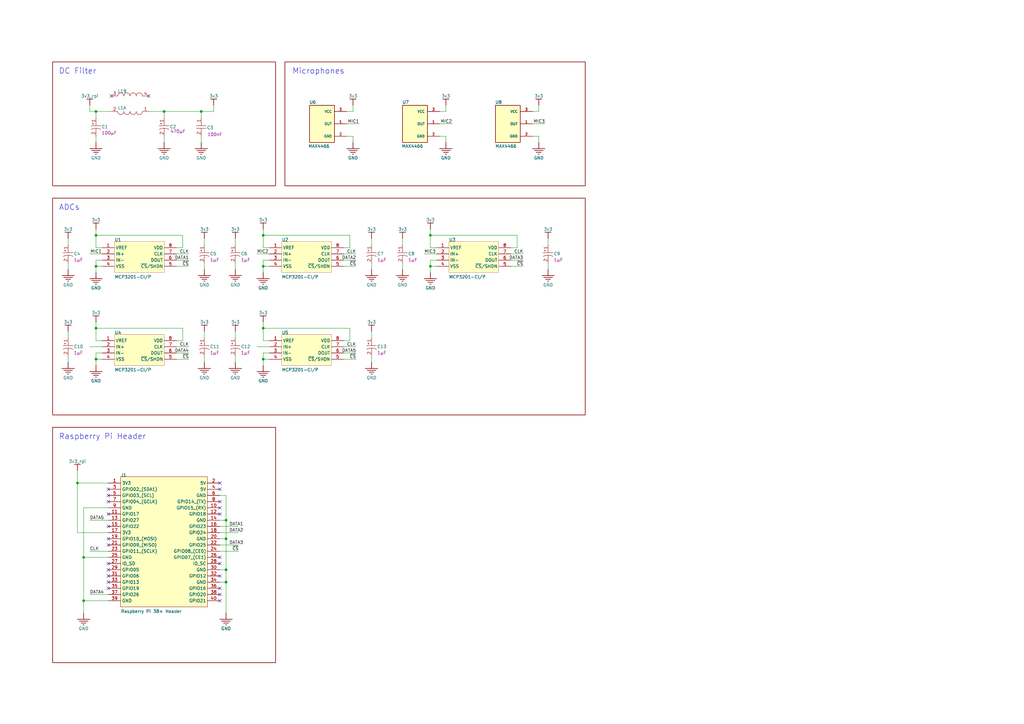
<source format=kicad_sch>
(kicad_sch (version 20250114) (generator "eeschema") (generator_version "9.0")
  (paper "A3")
  (lib_symbols
    (symbol "Main-altium-import:3v3_BAR" (power)
      (property "Value" "3v3" (at 0 -3.81 0))
      (symbol "3v3_BAR_0_0"
        (pin power_in line (at 0 0 0) (length 0) (hide yes) (name "3v3") (number ""))
      )
    )
    (symbol "Main-altium-import:3v3_rpi_BAR" (power)
      (property "Value" "3v3_rpi" (at 0 -3.81 0))
      (symbol "3v3_rpi_BAR_0_0"
        (pin power_in line (at 0 0 0) (length 0) (hide yes) (name "3v3_rpi") (number ""))
      )
    )
    (symbol "Main-altium-import:GND_POWER_GROUND" (power)
      (property "Value" "GND" (at 0 -6.35 0))
      (symbol "GND_POWER_GROUND_0_0"
        (pin power_in line (at 0 0 0) (length 0) (hide yes) (name "GND") (number ""))
      )
    )
    (symbol "Main-altium-import:root_0_CAP-P-2_sindrekvam" (pin_names (hide yes))
      (symbol "root_0_CAP-P-2_sindrekvam_1_0"
        (pin passive line (at 0 0 270) (length 2.54) (name "1") (number "1"))
        (pin passive line (at 0 -7.62 90) (length 2.54) (name "2") (number "2"))
      )
    )
    (symbol "Main-altium-import:root_0_Dual inductor_sindrekvam" (pin_names (hide yes))
      (symbol "root_0_Dual inductor_sindrekvam_1_0"
        (pin passive line (at 0 0 0) (length 2.54) (name "1") (number "1"))
        (pin passive line (at 15.24 0 180) (length 2.54) (name "2") (number "2"))
      )
      (symbol "root_0_Dual inductor_sindrekvam_2_0"
        (pin passive line (at 0 0 0) (length 2.54) (name "3") (number "3"))
        (pin passive line (at 15.24 0 180) (length 2.54) (name "4") (number "4"))
      )
    )
    (symbol "Main-altium-import:root_0_MCP3201_sindrekvam"
      (symbol "root_0_MCP3201_sindrekvam_1_0"
        (pin passive line (at -5.08 10.16 0) (length 5) (name "VREF") (number "1"))
        (pin passive line (at -5.08 7.62 0) (length 5) (name "IN+") (number "2"))
        (pin passive line (at -5.08 5.08 0) (length 5) (name "IN-") (number "3"))
        (pin passive line (at -5.08 2.54 0) (length 5) (name "VSS") (number "4"))
        (pin passive line (at 25.4 10.16 180) (length 5) (name "VDD") (number "8"))
        (pin passive line (at 25.4 7.62 180) (length 5) (name "CLK") (number "7"))
        (pin passive line (at 25.4 5.08 180) (length 5) (name "DOUT") (number "6"))
        (pin passive line (at 25.4 2.54 180) (length 5) (name "~{CS}/SHDN") (number "5"))
      )
    )
    (symbol "Main-altium-import:root_0_Raspberry Pi 3B+ header_sindrekvam"
      (symbol "root_0_Raspberry Pi 3B+ header_sindrekvam_1_0"
        (pin passive line (at 0 0 0) (length 5.08) (name "3V3") (number "1"))
        (pin passive line (at 0 -2.54 0) (length 5.08) (name "GPIO02_(SDA1)") (number "3"))
        (pin passive line (at 0 -5.08 0) (length 5.08) (name "GPIO03_(SCL)") (number "5"))
        (pin passive line (at 0 -7.62 0) (length 5.08) (name "GPIO04_(GCLK)") (number "7"))
        (pin passive line (at 0 -10.16 0) (length 5.08) (name "GND") (number "9"))
        (pin passive line (at 0 -12.7 0) (length 5.08) (name "GPIO17") (number "11"))
        (pin passive line (at 0 -15.24 0) (length 5.08) (name "GPIO27") (number "13"))
        (pin passive line (at 0 -17.78 0) (length 5.08) (name "GPIO22") (number "15"))
        (pin passive line (at 0 -20.32 0) (length 5.08) (name "3V3") (number "17"))
        (pin passive line (at 0 -22.86 0) (length 5.08) (name "GPIO10_(MOSI)") (number "19"))
        (pin passive line (at 0 -25.4 0) (length 5.08) (name "GPIO09_(MISO)") (number "21"))
        (pin passive line (at 0 -27.94 0) (length 5.08) (name "GPIO11_(SCLK)") (number "23"))
        (pin passive line (at 0 -30.48 0) (length 5.08) (name "GND") (number "25"))
        (pin passive line (at 0 -33.02 0) (length 5.08) (name "ID_SD") (number "27"))
        (pin passive line (at 0 -35.56 0) (length 5.08) (name "GPIO05") (number "29"))
        (pin passive line (at 0 -38.1 0) (length 5.08) (name "GPIO06") (number "31"))
        (pin passive line (at 0 -40.64 0) (length 5.08) (name "GPIO13") (number "33"))
        (pin passive line (at 0 -43.18 0) (length 5.08) (name "GPIO19") (number "35"))
        (pin passive line (at 0 -45.72 0) (length 5.08) (name "GPIO26") (number "37"))
        (pin passive line (at 0 -48.26 0) (length 5.08) (name "GND") (number "39"))
        (pin passive line (at 45.72 0 180) (length 5.08) (name "5V") (number "2"))
        (pin passive line (at 45.72 -2.54 180) (length 5.08) (name "5V") (number "4"))
        (pin passive line (at 45.72 -5.08 180) (length 5.08) (name "GND") (number "6"))
        (pin passive line (at 45.72 -7.62 180) (length 5.08) (name "GPIO14_(TX)") (number "8"))
        (pin passive line (at 45.72 -10.16 180) (length 5.08) (name "GPIO15_(RX)") (number "10"))
        (pin passive line (at 45.72 -12.7 180) (length 5.08) (name "GPIO18") (number "12"))
        (pin passive line (at 45.72 -15.24 180) (length 5.08) (name "GND") (number "14"))
        (pin passive line (at 45.72 -17.78 180) (length 5.08) (name "GPIO23") (number "16"))
        (pin passive line (at 45.72 -20.32 180) (length 5.08) (name "GPIO24") (number "18"))
        (pin passive line (at 45.72 -22.86 180) (length 5.08) (name "GND") (number "20"))
        (pin passive line (at 45.72 -25.4 180) (length 5.08) (name "GPIO25") (number "22"))
        (pin passive line (at 45.72 -27.94 180) (length 5.08) (name "GPIO08_(CE0)") (number "24"))
        (pin passive line (at 45.72 -30.48 180) (length 5.08) (name "GPIO07_(CE1)") (number "26"))
        (pin passive line (at 45.72 -33.02 180) (length 5.08) (name "ID_SC") (number "28"))
        (pin passive line (at 45.72 -35.56 180) (length 5.08) (name "GND") (number "30"))
        (pin passive line (at 45.72 -38.1 180) (length 5.08) (name "GPIO12") (number "32"))
        (pin passive line (at 45.72 -40.64 180) (length 5.08) (name "GND") (number "34"))
        (pin passive line (at 45.72 -43.18 180) (length 5.08) (name "GPIO16") (number "36"))
        (pin passive line (at 45.72 -45.72 180) (length 5.08) (name "GPIO20") (number "38"))
        (pin passive line (at 45.72 -48.26 180) (length 5.08) (name "GPIO21") (number "40"))
      )
    )
    (symbol "Main-altium-import:root_2_Dual inductor_sindrekvam" (pin_names (hide yes))
      (symbol "root_2_Dual inductor_sindrekvam_1_0"
        (pin passive line (at -15.24 0 0) (length 2.54) (name "2") (number "2"))
        (pin passive line (at 0 0 180) (length 2.54) (name "1") (number "1"))
      )
      (symbol "root_2_Dual inductor_sindrekvam_2_0"
        (pin passive line (at -15.24 0 0) (length 2.54) (name "4") (number "4"))
        (pin passive line (at 0 0 180) (length 2.54) (name "3") (number "3"))
      )
    )
    (symbol "Main-altium-import:root_3_CAP-NP-2_sindrekvam" (pin_names (hide yes))
      (symbol "root_3_CAP-NP-2_sindrekvam_1_0"
        (pin passive line (at 0 0 270) (length 2.54) (name "1") (number "1"))
        (pin passive line (at 0 -7.62 90) (length 2.54) (name "2") (number "2"))
      )
    )
    (symbol "max4466:1063" (pin_names (offset 1.016))
      (property "Reference" "U" (at -5.08 8.382 0))
      (property "Value" "1063" (at -5.08 -10.16 0))
      (symbol "1063_0_0"
        (pin power_in line (at 10.16 5.08 180) (length 5.08) (name "VCC") (number "3"))
        (pin output line (at 10.16 0 180) (length 5.08) (name "OUT") (number "1"))
        (pin power_in line (at 10.16 -5.08 180) (length 5.08) (name "GND") (number "2"))
      )
    )
  )
  (rectangle (start 116.84 25.4) (end 240.03 76.2) (stroke (width 0.254) (color 128 0 0 1)))
  (rectangle (start 21.59 175.26) (end 113.03 271.78) (stroke (width 0.254) (color 128 0 0 1)))
  (rectangle (start 21.59 81.28) (end 240.03 170.18) (stroke (width 0.254) (color 128 0 0 1)))
  (rectangle (start 21.59 25.4) (end 113.03 76.2) (stroke (width 0.254) (color 128 0 0 1)))
  (text "DC Filter" (at 24.13 27.94 0) (effects (font (size 2.286 2.286)) (justify left top)))
  (text "ADCs" (at 24.13 83.82 0) (effects (font (size 2.286 2.286)) (justify left top)))
  (text "Raspberry Pi Header" (at 24.13 177.8 0) (effects (font (size 2.286 2.286)) (justify left top)))
  (text "Microphones\n" (at 119.888 27.94 0) (effects (font (size 2.286 2.286)) (justify left top)))
  (junction (at 92.71 233.68))
  (junction (at 176.53 96.52))
  (junction (at 67.31 45.72))
  (junction (at 34.29 228.6))
  (junction (at 92.71 238.76))
  (junction (at 107.95 96.52))
  (junction (at 39.37 109.22))
  (junction (at 107.95 134.62))
  (junction (at 39.37 45.72))
  (junction (at 31.75 198.12))
  (junction (at 39.37 147.32))
  (junction (at 176.53 109.22))
  (junction (at 39.37 96.52))
  (junction (at 107.95 147.32))
  (junction (at 39.37 134.62))
  (junction (at 107.95 109.22))
  (junction (at 92.71 213.36))
  (junction (at 34.29 246.38))
  (junction (at 92.71 220.98))
  (junction (at 82.55 45.72))
  (no_connect (at 44.45 233.68))
  (no_connect (at 44.45 205.74))
  (no_connect (at 90.17 241.3))
  (no_connect (at 90.17 200.66))
  (no_connect (at 90.17 205.74))
  (no_connect (at 90.17 231.14))
  (no_connect (at 44.45 210.82))
  (no_connect (at 44.45 236.22))
  (no_connect (at 90.17 236.22))
  (no_connect (at 90.17 228.6))
  (no_connect (at 44.45 215.9))
  (no_connect (at 44.45 231.14))
  (no_connect (at 90.17 208.28))
  (no_connect (at 90.17 243.84))
  (no_connect (at 44.45 200.66))
  (no_connect (at 44.45 203.2))
  (no_connect (at 44.45 241.3))
  (no_connect (at 44.45 223.52))
  (no_connect (at 60.96 39.37))
  (no_connect (at 44.45 238.76))
  (no_connect (at 45.72 39.37))
  (no_connect (at 90.17 246.38))
  (no_connect (at 90.17 210.82))
  (no_connect (at 44.45 220.98))
  (no_connect (at 90.17 198.12))
  (wire (pts (xy 83.82 97.79) (xy 83.82 100.33)))
  (wire (pts (xy 39.37 147.32) (xy 39.37 144.78)))
  (wire (pts (xy 107.95 147.32) (xy 110.49 147.32)))
  (wire (pts (xy 36.83 43.18) (xy 36.83 45.72)))
  (wire (pts (xy 220.98 58.42) (xy 220.98 55.88)))
  (wire (pts (xy 224.79 110.49) (xy 224.79 107.95)))
  (wire (pts (xy 87.63 43.18) (xy 87.63 45.72)))
  (wire (pts (xy 182.88 58.42) (xy 182.88 55.88)))
  (wire (pts (xy 87.63 45.72) (xy 82.55 45.72)))
  (wire (pts (xy 107.95 106.68) (xy 110.49 106.68)))
  (wire (pts (xy 107.95 101.6) (xy 107.95 96.52)))
  (wire (pts (xy 146.05 109.22) (xy 140.97 109.22)))
  (wire (pts (xy 96.52 135.89) (xy 96.52 138.43)))
  (wire (pts (xy 176.53 101.6) (xy 176.53 96.52)))
  (wire (pts (xy 90.17 226.06) (xy 97.79 226.06)))
  (wire (pts (xy 77.47 144.78) (xy 72.39 144.78)))
  (wire (pts (xy 107.95 134.62) (xy 143.51 134.62)))
  (wire (pts (xy 214.63 104.14) (xy 209.55 104.14)))
  (wire (pts (xy 92.71 213.36) (xy 92.71 203.2)))
  (wire (pts (xy 144.78 43.18) (xy 144.78 45.72)))
  (wire (pts (xy 31.75 218.44) (xy 31.75 198.12)))
  (wire (pts (xy 39.37 109.22) (xy 39.37 106.68)))
  (wire (pts (xy 39.37 101.6) (xy 39.37 96.52)))
  (wire (pts (xy 144.78 55.88) (xy 144.78 58.42)))
  (wire (pts (xy 96.52 110.49) (xy 96.52 107.95)))
  (wire (pts (xy 39.37 45.72) (xy 39.37 48.26)))
  (wire (pts (xy 110.49 139.7) (xy 107.95 139.7)))
  (wire (pts (xy 218.44 55.88) (xy 220.98 55.88)))
  (wire (pts (xy 146.05 144.78) (xy 140.97 144.78)))
  (wire (pts (xy 77.47 109.22) (xy 72.39 109.22)))
  (wire (pts (xy 182.88 43.18) (xy 182.88 45.72)))
  (wire (pts (xy 39.37 149.86) (xy 39.37 147.32)))
  (wire (pts (xy 74.93 139.7) (xy 72.39 139.7)))
  (wire (pts (xy 214.63 106.68) (xy 209.55 106.68)))
  (wire (pts (xy 39.37 139.7) (xy 39.37 134.62)))
  (wire (pts (xy 41.91 139.7) (xy 39.37 139.7)))
  (wire (pts (xy 34.29 228.6) (xy 34.29 208.28)))
  (wire (pts (xy 92.71 220.98) (xy 90.17 220.98)))
  (wire (pts (xy 39.37 147.32) (xy 41.91 147.32)))
  (wire (pts (xy 34.29 251.46) (xy 34.29 246.38)))
  (wire (pts (xy 214.63 109.22) (xy 209.55 109.22)))
  (wire (pts (xy 39.37 134.62) (xy 74.93 134.62)))
  (wire (pts (xy 152.4 97.79) (xy 152.4 100.33)))
  (wire (pts (xy 83.82 110.49) (xy 83.82 107.95)))
  (wire (pts (xy 82.55 45.72) (xy 67.31 45.72)))
  (wire (pts (xy 107.95 147.32) (xy 107.95 144.78)))
  (wire (pts (xy 36.83 104.14) (xy 41.91 104.14)))
  (wire (pts (xy 44.45 226.06) (xy 36.83 226.06)))
  (wire (pts (xy 146.05 104.14) (xy 140.97 104.14)))
  (wire (pts (xy 92.71 220.98) (xy 92.71 213.36)))
  (wire (pts (xy 212.09 101.6) (xy 209.55 101.6)))
  (wire (pts (xy 34.29 246.38) (xy 34.29 228.6)))
  (wire (pts (xy 44.45 218.44) (xy 31.75 218.44)))
  (wire (pts (xy 143.51 139.7) (xy 140.97 139.7)))
  (wire (pts (xy 39.37 144.78) (xy 41.91 144.78)))
  (wire (pts (xy 83.82 148.59) (xy 83.82 146.05)))
  (wire (pts (xy 176.53 96.52) (xy 212.09 96.52)))
  (wire (pts (xy 77.47 104.14) (xy 72.39 104.14)))
  (wire (pts (xy 107.95 109.22) (xy 110.49 109.22)))
  (wire (pts (xy 212.09 96.52) (xy 212.09 101.6)))
  (wire (pts (xy 74.93 101.6) (xy 72.39 101.6)))
  (wire (pts (xy 143.51 96.52) (xy 143.51 101.6)))
  (wire (pts (xy 105.41 104.14) (xy 110.49 104.14)))
  (wire (pts (xy 92.71 233.68) (xy 92.71 220.98)))
  (wire (pts (xy 146.05 147.32) (xy 140.97 147.32)))
  (wire (pts (xy 92.71 238.76) (xy 92.71 233.68)))
  (wire (pts (xy 39.37 134.62) (xy 39.37 132.08)))
  (wire (pts (xy 44.45 243.84) (xy 36.83 243.84)))
  (wire (pts (xy 218.44 45.72) (xy 220.98 45.72)))
  (wire (pts (xy 36.83 142.24) (xy 41.91 142.24)))
  (wire (pts (xy 74.93 134.62) (xy 74.93 139.7)))
  (wire (pts (xy 152.4 110.49) (xy 152.4 107.95)))
  (wire (pts (xy 152.4 135.89) (xy 152.4 138.43)))
  (wire (pts (xy 90.17 215.9) (xy 97.79 215.9)))
  (wire (pts (xy 77.47 142.24) (xy 72.39 142.24)))
  (wire (pts (xy 142.24 50.8) (xy 147.32 50.8)))
  (wire (pts (xy 224.79 97.79) (xy 224.79 100.33)))
  (wire (pts (xy 165.1 97.79) (xy 165.1 100.33)))
  (wire (pts (xy 92.71 213.36) (xy 90.17 213.36)))
  (wire (pts (xy 39.37 109.22) (xy 41.91 109.22)))
  (wire (pts (xy 39.37 111.76) (xy 39.37 109.22)))
  (wire (pts (xy 67.31 45.72) (xy 67.31 48.26)))
  (wire (pts (xy 82.55 55.88) (xy 82.55 58.42)))
  (wire (pts (xy 92.71 238.76) (xy 90.17 238.76)))
  (wire (pts (xy 44.45 213.36) (xy 36.83 213.36)))
  (wire (pts (xy 143.51 101.6) (xy 140.97 101.6)))
  (wire (pts (xy 179.07 101.6) (xy 176.53 101.6)))
  (wire (pts (xy 176.53 106.68) (xy 179.07 106.68)))
  (wire (pts (xy 34.29 228.6) (xy 44.45 228.6)))
  (wire (pts (xy 39.37 106.68) (xy 41.91 106.68)))
  (wire (pts (xy 143.51 134.62) (xy 143.51 139.7)))
  (wire (pts (xy 34.29 208.28) (xy 44.45 208.28)))
  (wire (pts (xy 92.71 203.2) (xy 90.17 203.2)))
  (wire (pts (xy 146.05 142.24) (xy 140.97 142.24)))
  (wire (pts (xy 90.17 218.44) (xy 97.79 218.44)))
  (wire (pts (xy 92.71 251.46) (xy 92.71 238.76)))
  (wire (pts (xy 105.41 142.24) (xy 110.49 142.24)))
  (wire (pts (xy 107.95 149.86) (xy 107.95 147.32)))
  (wire (pts (xy 142.24 45.72) (xy 144.78 45.72)))
  (wire (pts (xy 39.37 96.52) (xy 74.93 96.52)))
  (wire (pts (xy 107.95 144.78) (xy 110.49 144.78)))
  (wire (pts (xy 83.82 135.89) (xy 83.82 138.43)))
  (wire (pts (xy 180.34 45.72) (xy 182.88 45.72)))
  (wire (pts (xy 31.75 198.12) (xy 44.45 198.12)))
  (wire (pts (xy 27.94 110.49) (xy 27.94 107.95)))
  (wire (pts (xy 96.52 97.79) (xy 96.52 100.33)))
  (wire (pts (xy 107.95 139.7) (xy 107.95 134.62)))
  (wire (pts (xy 67.31 58.42) (xy 67.31 55.88)))
  (wire (pts (xy 96.52 148.59) (xy 96.52 146.05)))
  (wire (pts (xy 176.53 109.22) (xy 179.07 109.22)))
  (wire (pts (xy 39.37 93.98) (xy 39.37 96.52)))
  (wire (pts (xy 45.72 45.72) (xy 39.37 45.72)))
  (wire (pts (xy 110.49 101.6) (xy 107.95 101.6)))
  (wire (pts (xy 107.95 96.52) (xy 143.51 96.52)))
  (wire (pts (xy 152.4 148.59) (xy 152.4 146.05)))
  (wire (pts (xy 176.53 109.22) (xy 176.53 106.68)))
  (wire (pts (xy 90.17 223.52) (xy 97.79 223.52)))
  (wire (pts (xy 34.29 246.38) (xy 44.45 246.38)))
  (wire (pts (xy 74.93 96.52) (xy 74.93 101.6)))
  (wire (pts (xy 41.91 101.6) (xy 39.37 101.6)))
  (wire (pts (xy 60.96 45.72) (xy 67.31 45.72)))
  (wire (pts (xy 107.95 132.08) (xy 107.95 134.62)))
  (wire (pts (xy 77.47 106.68) (xy 72.39 106.68)))
  (wire (pts (xy 107.95 93.98) (xy 107.95 96.52)))
  (wire (pts (xy 180.34 50.8) (xy 185.42 50.8)))
  (wire (pts (xy 27.94 135.89) (xy 27.94 138.43)))
  (wire (pts (xy 39.37 58.42) (xy 39.37 55.88)))
  (wire (pts (xy 218.44 50.8) (xy 223.52 50.8)))
  (wire (pts (xy 36.83 45.72) (xy 39.37 45.72)))
  (wire (pts (xy 92.71 233.68) (xy 90.17 233.68)))
  (wire (pts (xy 180.34 55.88) (xy 182.88 55.88)))
  (wire (pts (xy 27.94 97.79) (xy 27.94 100.33)))
  (wire (pts (xy 107.95 111.76) (xy 107.95 109.22)))
  (wire (pts (xy 77.47 147.32) (xy 72.39 147.32)))
  (wire (pts (xy 220.98 43.18) (xy 220.98 45.72)))
  (wire (pts (xy 165.1 110.49) (xy 165.1 107.95)))
  (wire (pts (xy 82.55 48.26) (xy 82.55 45.72)))
  (wire (pts (xy 31.75 198.12) (xy 31.75 193.04)))
  (wire (pts (xy 146.05 106.68) (xy 140.97 106.68)))
  (wire (pts (xy 142.24 55.88) (xy 144.78 55.88)))
  (wire (pts (xy 107.95 109.22) (xy 107.95 106.68)))
  (wire (pts (xy 173.99 104.14) (xy 179.07 104.14)))
  (wire (pts (xy 176.53 111.76) (xy 176.53 109.22)))
  (wire (pts (xy 176.53 93.98) (xy 176.53 96.52)))
  (wire (pts (xy 27.94 148.59) (xy 27.94 146.05)))
  (label "MIC2" (at 185.42 50.8 180))
  (label "DATA1" (at 77.47 106.68 180))
  (label "DATA3" (at 93.98 223.52 0))
  (label "CLK" (at 146.05 142.24 180))
  (label "CLK" (at 146.05 104.14 180))
  (label "DATA5" (at 36.83 213.36 0))
  (label "DATA4" (at 36.83 243.84 0))
  (label "DATA2" (at 93.98 218.44 0))
  (label "CLK" (at 214.63 104.14 180))
  (label "~{CS}" (at 146.05 109.22 180))
  (label "~{CS}" (at 146.05 147.32 180))
  (label "~{CS}" (at 214.63 109.22 180))
  (label "DATA2" (at 146.05 106.68 180))
  (label "DATA1" (at 93.98 215.9 0))
  (label "DATA4" (at 77.47 144.78 180))
  (label "~{CS}" (at 77.47 109.22 180))
  (label "CLK" (at 77.47 142.24 180))
  (label "MIC3" (at 223.52 50.8 180))
  (label "~{CS}" (at 77.47 147.32 180))
  (label "MIC1" (at 147.32 50.8 180))
  (label "MIC2" (at 105.41 104.14 0))
  (label "CLK" (at 36.83 226.06 0))
  (label "CLK" (at 77.47 104.14 180))
  (label "DATA5" (at 146.05 144.78 180))
  (label "~{CS}" (at 95.25 226.06 0))
  (label "MIC1" (at 37.0061 104.14 0))
  (label "MIC3" (at 173.99 104.14 0))
  (label "DATA3" (at 214.63 106.68 180))
  (symbol (lib_id "Main-altium-import:root_0_CAP-P-2_sindrekvam") (at 165.1 100.33 0) (unit 1)
    (property "Reference" "C8" (at 167.386 104.775 0) (effects (justify left bottom)))
    (property "Value" "7110918" (effects (hide yes)))
    (property "Footprint" "CAPPR55-200-1100X500X1200" (effects (hide yes)))
    (property "Description" "Aluminum Electrolytic Capacitor, 1 uF, +/- 20%, 16 V, -40 to 105 degC, 2-Pin THD, RoHS, Bulk" (effects (hide yes)))
    (property "CAPACITOR TYPE" "Electrolytic" (effects (hide yes)))
    (property "MIN OPERATING TEMPERATURE" "-40°C" (effects (hide yes)))
    (property "PINS" "2" (effects (hide yes)))
    (property "ALTIUM_VALUE" "1µF" (at 167.386 107.315 0) (effects (justify left bottom)))
    (property "MOUNTING TECHNOLOGY" "TH" (effects (hide yes)))
    (property "TOLERANCE" "20%" (effects (hide yes)))
    (property "ROHS COMPLIANT" "True" (effects (hide yes)))
    (property "CASE/PACKAGE" "Radial" (effects (hide yes)))
    (property "VOLTAGE RATING" "16V" (effects (hide yes)))
    (property "RIPPLE CURRENT (AC)" "8mA" (effects (hide yes)))
    (property "MAX OPERATING TEMPERATURE" "105°C" (effects (hide yes)))
    (property "MANUFACTURER" "Jackcon" (effects (hide yes)))
    (property "RIPPLE CURRENT" "8mA" (effects (hide yes)))
  )
  (symbol (lib_id "Main-altium-import:GND_POWER_GROUND") (at 96.52 110.49 0) (unit 1)
    (property "Reference" "#PWR0108" (effects (hide yes)))
    (property "Value" "GND" (at 96.52 116.84 0))
  )
  (symbol (lib_id "Main-altium-import:GND_POWER_GROUND") (at 144.78 58.42 0) (unit 1)
    (property "Reference" "#PWR04" (effects (hide yes)))
    (property "Value" "GND" (at 144.78 64.77 0))
  )
  (symbol (lib_id "Main-altium-import:GND_POWER_GROUND") (at 92.71 251.46 0) (unit 1)
    (property "Reference" "#PWR0103" (effects (hide yes)))
    (property "Value" "GND" (at 92.71 257.81 0))
  )
  (symbol (lib_id "Main-altium-import:root_0_Dual inductor_sindrekvam") (at 45.72 39.37 0) (unit 2)
    (property "Reference" "L1" (at 48.26 38.1 0) (effects (justify left bottom)))
    (property "Value" "DKFP-G22G-D5J0" (effects (hide yes)))
    (property "Footprint" "DKFPG22GD5J0" (effects (hide yes)))
    (property "Description" "General Purpose Inductor, 100000uH, 50%, 2 Element" (effects (hide yes)))
    (property "ROHS COMPLIANT" "Yes" (effects (hide yes)))
    (property "MAX OPERATING TEMPERATURE" "125°C" (effects (hide yes)))
    (property "SELF RESONANT FREQUENCY" "70kHz" (effects (hide yes)))
    (property "TOLERANCE" "50%" (effects (hide yes)))
    (property "MIN OPERATING TEMPERATURE" "-40°C" (effects (hide yes)))
    (property "PINS" "4" (effects (hide yes)))
    (property "MAX CURRENT RATING" "500mA" (effects (hide yes)))
    (property "PARTID" "2" (effects (hide yes)))
  )
  (symbol (lib_id "Main-altium-import:GND_POWER_GROUND") (at 82.55 58.42 0) (unit 1)
    (property "Reference" "#PWR0126" (effects (hide yes)))
    (property "Value" "GND" (at 82.55 64.77 0))
  )
  (symbol (lib_id "Main-altium-import:3v3_BAR") (at 144.78 43.18 180) (unit 1)
    (property "Reference" "#PWR01" (effects (hide yes)))
    (property "Value" "3v3" (at 144.78 39.37 0))
  )
  (symbol (lib_id "Main-altium-import:GND_POWER_GROUND") (at 107.95 149.86 0) (unit 1)
    (property "Reference" "#PWR0105" (effects (hide yes)))
    (property "Value" "GND" (at 107.95 156.21 0))
  )
  (symbol (lib_id "Main-altium-import:root_0_CAP-P-2_sindrekvam") (at 96.52 138.43 0) (unit 1)
    (property "Reference" "C12" (at 98.806 142.875 0) (effects (justify left bottom)))
    (property "Value" "7110918" (effects (hide yes)))
    (property "Footprint" "CAPPR55-200-1100X500X1200" (effects (hide yes)))
    (property "Description" "Aluminum Electrolytic Capacitor, 1 uF, +/- 20%, 16 V, -40 to 105 degC, 2-Pin THD, RoHS, Bulk" (effects (hide yes)))
    (property "CAPACITOR TYPE" "Electrolytic" (effects (hide yes)))
    (property "MIN OPERATING TEMPERATURE" "-40°C" (effects (hide yes)))
    (property "PINS" "2" (effects (hide yes)))
    (property "ALTIUM_VALUE" "1µF" (at 98.806 145.415 0) (effects (justify left bottom)))
    (property "MOUNTING TECHNOLOGY" "TH" (effects (hide yes)))
    (property "TOLERANCE" "20%" (effects (hide yes)))
    (property "ROHS COMPLIANT" "True" (effects (hide yes)))
    (property "CASE/PACKAGE" "Radial" (effects (hide yes)))
    (property "VOLTAGE RATING" "16V" (effects (hide yes)))
    (property "RIPPLE CURRENT (AC)" "8mA" (effects (hide yes)))
    (property "MAX OPERATING TEMPERATURE" "105°C" (effects (hide yes)))
    (property "MANUFACTURER" "Jackcon" (effects (hide yes)))
    (property "RIPPLE CURRENT" "8mA" (effects (hide yes)))
  )
  (symbol (lib_id "Main-altium-import:3v3_BAR") (at 87.63 43.18 180) (unit 1)
    (property "Reference" "#PWR0119" (effects (hide yes)))
    (property "Value" "3v3" (at 87.63 39.37 0))
  )
  (symbol (lib_id "Main-altium-import:root_0_CAP-P-2_sindrekvam") (at 83.82 138.43 0) (unit 1)
    (property "Reference" "C11" (at 86.106 142.875 0) (effects (justify left bottom)))
    (property "Value" "7110918" (effects (hide yes)))
    (property "Footprint" "CAPPR55-200-1100X500X1200" (effects (hide yes)))
    (property "Description" "Aluminum Electrolytic Capacitor, 1 uF, +/- 20%, 16 V, -40 to 105 degC, 2-Pin THD, RoHS, Bulk" (effects (hide yes)))
    (property "CAPACITOR TYPE" "Electrolytic" (effects (hide yes)))
    (property "MIN OPERATING TEMPERATURE" "-40°C" (effects (hide yes)))
    (property "PINS" "2" (effects (hide yes)))
    (property "ALTIUM_VALUE" "1µF" (at 86.106 145.415 0) (effects (justify left bottom)))
    (property "MOUNTING TECHNOLOGY" "TH" (effects (hide yes)))
    (property "TOLERANCE" "20%" (effects (hide yes)))
    (property "ROHS COMPLIANT" "True" (effects (hide yes)))
    (property "CASE/PACKAGE" "Radial" (effects (hide yes)))
    (property "VOLTAGE RATING" "16V" (effects (hide yes)))
    (property "RIPPLE CURRENT (AC)" "8mA" (effects (hide yes)))
    (property "MAX OPERATING TEMPERATURE" "105°C" (effects (hide yes)))
    (property "MANUFACTURER" "Jackcon" (effects (hide yes)))
    (property "RIPPLE CURRENT" "8mA" (effects (hide yes)))
  )
  (symbol (lib_id "Main-altium-import:root_0_MCP3201_sindrekvam") (at 46.99 111.76 0) (unit 1)
    (property "Reference" "U1" (at 46.99 99.06 0) (effects (justify left bottom)))
    (property "Value" "MCP3201-CI/P" (at 46.99 114.3 0) (effects (justify left bottom)))
    (property "Footprint" "MCHP-P-8" (effects (hide yes)))
    (property "Description" "ADC, Successive Approximation, 12-Bit, 1 Func, 1 Channel, Serial Access, CMOS, PDIP8" (effects (hide yes)))
    (property "MIN INPUT VOLTAGE (AC)" "-100mV" (effects (hide yes)))
    (property "MIN OPERATING TEMPERATURE" "-40°C" (effects (hide yes)))
    (property "TERMINAL PITCH" "2.54mm" (effects (hide yes)))
    (property "MAX SUPPLY VOLTAGE" "5.6V" (effects (hide yes)))
    (property "PACKAGE BODY MATERIAL" "Plastic" (effects (hide yes)))
    (property "TERMINAL FORM" "Through Hole" (effects (hide yes)))
    (property "MOUNTING TECHNOLOGY" "Throuh Hole" (effects (hide yes)))
    (property "NUMBER OF BITS" "12" (effects (hide yes)))
    (property "ROHS COMPLIANT" "Yes" (effects (hide yes)))
    (property "CASE/PACKAGE" "DIP" (effects (hide yes)))
    (property "SAMPLE RATE (HZ)" "100kHz" (effects (hide yes)))
    (property "MAX OPERATING TEMPERATURE" "85°C" (effects (hide yes)))
    (property "NUMBER OF ANALOG IN CHANNELS" "1" (effects (hide yes)))
    (property "MAX INPUT VOLTAGE (AC)" "5.6V" (effects (hide yes)))
    (property "MIN SUPPLY VOLTAGE" "-100mV" (effects (hide yes)))
    (property "PINS" "8" (effects (hide yes)))
  )
  (symbol (lib_id "Main-altium-import:GND_POWER_GROUND") (at 34.29 251.46 0) (unit 1)
    (property "Reference" "#PWR0101" (effects (hide yes)))
    (property "Value" "GND" (at 34.29 257.81 0))
  )
  (symbol (lib_id "Main-altium-import:3v3_BAR") (at 220.98 43.18 180) (unit 1)
    (property "Reference" "#PWR03" (effects (hide yes)))
    (property "Value" "3v3" (at 220.98 39.37 0))
  )
  (symbol (lib_id "Main-altium-import:root_0_CAP-P-2_sindrekvam") (at 152.4 100.33 0) (unit 1)
    (property "Reference" "C7" (at 154.686 104.775 0) (effects (justify left bottom)))
    (property "Value" "7110918" (effects (hide yes)))
    (property "Footprint" "CAPPR55-200-1100X500X1200" (effects (hide yes)))
    (property "Description" "Aluminum Electrolytic Capacitor, 1 uF, +/- 20%, 16 V, -40 to 105 degC, 2-Pin THD, RoHS, Bulk" (effects (hide yes)))
    (property "CAPACITOR TYPE" "Electrolytic" (effects (hide yes)))
    (property "MIN OPERATING TEMPERATURE" "-40°C" (effects (hide yes)))
    (property "PINS" "2" (effects (hide yes)))
    (property "ALTIUM_VALUE" "1µF" (at 154.686 107.315 0) (effects (justify left bottom)))
    (property "MOUNTING TECHNOLOGY" "TH" (effects (hide yes)))
    (property "TOLERANCE" "20%" (effects (hide yes)))
    (property "ROHS COMPLIANT" "True" (effects (hide yes)))
    (property "CASE/PACKAGE" "Radial" (effects (hide yes)))
    (property "VOLTAGE RATING" "16V" (effects (hide yes)))
    (property "RIPPLE CURRENT (AC)" "8mA" (effects (hide yes)))
    (property "MAX OPERATING TEMPERATURE" "105°C" (effects (hide yes)))
    (property "MANUFACTURER" "Jackcon" (effects (hide yes)))
    (property "RIPPLE CURRENT" "8mA" (effects (hide yes)))
  )
  (symbol (lib_id "Main-altium-import:GND_POWER_GROUND") (at 176.53 111.76 0) (unit 1)
    (property "Reference" "#PWR0129" (effects (hide yes)))
    (property "Value" "GND" (at 176.53 118.11 0))
  )
  (symbol (lib_id "Main-altium-import:root_0_MCP3201_sindrekvam") (at 46.99 149.86 0) (unit 1)
    (property "Reference" "U4" (at 46.99 137.16 0) (effects (justify left bottom)))
    (property "Value" "MCP3201-CI/P" (at 46.99 152.4 0) (effects (justify left bottom)))
    (property "Footprint" "MCHP-P-8" (effects (hide yes)))
    (property "Description" "ADC, Successive Approximation, 12-Bit, 1 Func, 1 Channel, Serial Access, CMOS, PDIP8" (effects (hide yes)))
    (property "MIN INPUT VOLTAGE (AC)" "-100mV" (effects (hide yes)))
    (property "MIN OPERATING TEMPERATURE" "-40°C" (effects (hide yes)))
    (property "TERMINAL PITCH" "2.54mm" (effects (hide yes)))
    (property "MAX SUPPLY VOLTAGE" "5.6V" (effects (hide yes)))
    (property "PACKAGE BODY MATERIAL" "Plastic" (effects (hide yes)))
    (property "TERMINAL FORM" "Through Hole" (effects (hide yes)))
    (property "MOUNTING TECHNOLOGY" "Throuh Hole" (effects (hide yes)))
    (property "NUMBER OF BITS" "12" (effects (hide yes)))
    (property "ROHS COMPLIANT" "Yes" (effects (hide yes)))
    (property "CASE/PACKAGE" "DIP" (effects (hide yes)))
    (property "SAMPLE RATE (HZ)" "100kHz" (effects (hide yes)))
    (property "MAX OPERATING TEMPERATURE" "85°C" (effects (hide yes)))
    (property "NUMBER OF ANALOG IN CHANNELS" "1" (effects (hide yes)))
    (property "MAX INPUT VOLTAGE (AC)" "5.6V" (effects (hide yes)))
    (property "MIN SUPPLY VOLTAGE" "-100mV" (effects (hide yes)))
    (property "PINS" "8" (effects (hide yes)))
  )
  (symbol (lib_id "max4466:1063") (at 208.28 50.8 0) (unit 1)
    (property "Reference" "U8" (at 204.47 41.91 0))
    (property "Value" "MAX4466" (at 207.518 59.944 0))
    (property "Footprint" "1063:MODULE_1063" (effects (hide yes)))
    (property "MF" "Adafruit" (effects (hide yes)))
    (property "Description_1" "Electret Microphone Amplifier - MAX4466 with Adjustable Gain | Adafruit Industries 1063" (effects (hide yes)))
    (property "Package" "None" (effects (hide yes)))
    (property "Price" "None" (effects (hide yes)))
    (property "Check_prices" "https://www.snapeda.com/parts/1063/Adafruit+Industries/view-part/?ref=eda" (effects (hide yes)))
    (property "STANDARD" "Manufacturer Recommendations" (effects (hide yes)))
    (property "PARTREV" "1.0" (effects (hide yes)))
    (property "SnapEDA_Link" "https://www.snapeda.com/parts/1063/Adafruit+Industries/view-part/?ref=snap" (effects (hide yes)))
    (property "MP" "1063" (effects (hide yes)))
    (property "SNAPEDA_PN" "1063" (effects (hide yes)))
    (property "Availability" "Not in stock" (effects (hide yes)))
    (property "MANUFACTURER" "Adafruit Industries" (effects (hide yes)))
  )
  (symbol (lib_id "Main-altium-import:root_0_MCP3201_sindrekvam") (at 184.15 111.76 0) (unit 1)
    (property "Reference" "U3" (at 184.15 99.06 0) (effects (justify left bottom)))
    (property "Value" "MCP3201-CI/P" (at 184.15 114.3 0) (effects (justify left bottom)))
    (property "Footprint" "MCHP-P-8" (effects (hide yes)))
    (property "Description" "ADC, Successive Approximation, 12-Bit, 1 Func, 1 Channel, Serial Access, CMOS, PDIP8" (effects (hide yes)))
    (property "MIN INPUT VOLTAGE (AC)" "-100mV" (effects (hide yes)))
    (property "MIN OPERATING TEMPERATURE" "-40°C" (effects (hide yes)))
    (property "TERMINAL PITCH" "2.54mm" (effects (hide yes)))
    (property "MAX SUPPLY VOLTAGE" "5.6V" (effects (hide yes)))
    (property "PACKAGE BODY MATERIAL" "Plastic" (effects (hide yes)))
    (property "TERMINAL FORM" "Through Hole" (effects (hide yes)))
    (property "MOUNTING TECHNOLOGY" "Throuh Hole" (effects (hide yes)))
    (property "NUMBER OF BITS" "12" (effects (hide yes)))
    (property "ROHS COMPLIANT" "Yes" (effects (hide yes)))
    (property "CASE/PACKAGE" "DIP" (effects (hide yes)))
    (property "SAMPLE RATE (HZ)" "100kHz" (effects (hide yes)))
    (property "MAX OPERATING TEMPERATURE" "85°C" (effects (hide yes)))
    (property "NUMBER OF ANALOG IN CHANNELS" "1" (effects (hide yes)))
    (property "MAX INPUT VOLTAGE (AC)" "5.6V" (effects (hide yes)))
    (property "MIN SUPPLY VOLTAGE" "-100mV" (effects (hide yes)))
    (property "PINS" "8" (effects (hide yes)))
  )
  (symbol (lib_id "Main-altium-import:3v3_BAR") (at 182.88 43.18 180) (unit 1)
    (property "Reference" "#PWR02" (effects (hide yes)))
    (property "Value" "3v3" (at 182.88 39.37 0))
  )
  (symbol (lib_id "Main-altium-import:GND_POWER_GROUND") (at 152.4 110.49 0) (unit 1)
    (property "Reference" "#PWR0138" (effects (hide yes)))
    (property "Value" "GND" (at 152.4 116.84 0))
  )
  (symbol (lib_id "Main-altium-import:3v3_rpi_BAR") (at 31.75 193.04 180) (unit 1)
    (property "Reference" "#PWR0102" (effects (hide yes)))
    (property "Value" "3v3_rpi" (at 31.75 189.23 0))
  )
  (symbol (lib_id "Main-altium-import:3v3_BAR") (at 152.4 97.79 180) (unit 1)
    (property "Reference" "#PWR0132" (effects (hide yes)))
    (property "Value" "3v3" (at 152.4 93.98 0))
  )
  (symbol (lib_id "Main-altium-import:GND_POWER_GROUND") (at 67.31 58.42 0) (unit 1)
    (property "Reference" "#PWR0124" (effects (hide yes)))
    (property "Value" "GND" (at 67.31 64.77 0))
  )
  (symbol (lib_id "Main-altium-import:root_0_Raspberry Pi 3B+ header_sindrekvam") (at 44.45 198.12 0) (unit 1)
    (property "Reference" "J1" (at 49.53 195.58 0) (effects (justify left bottom)))
    (property "Value" "Raspberry Pi 3B+ Header" (at 49.53 251.46 0) (effects (justify left bottom)))
    (property "Footprint" "HDRV40W85P254_2X20_5080X500X860P" (effects (hide yes)))
    (property "Description" "2x20 wstraight pin header gold Mod II" (effects (hide yes)))
    (property "HEIGHT" "8.6mm" (effects (hide yes)))
    (property "MANUFACTURER_PART_NUMBER" "2-826656-0" (effects (hide yes)))
    (property "ARROW PART NUMBER" "2-826656-0" (effects (hide yes)))
    (property "SOURCE" "SamacSys.SchLib" (effects (hide yes)))
    (property "MOUSER PRICE/STOCK" "https://www.mouser.co.uk/ProductDetail/TE-Connectivity/2-826656-0?qs=DbJIyW2JsP5LY4FmR2by3A%3D%3D" (effects (hide yes)))
    (property "DESIGN ITEM ID" "2-826656-0" (effects (hide yes)))
    (property "ARROW PRICE/STOCK" "https://www.arrow.com/en/products/2-826656-0/te-connectivity?region=nac" (effects (hide yes)))
    (property "MANUFACTURER_NAME" "TE Connectivity" (effects (hide yes)))
    (property "MOUSER PART NUMBER" "571-2-826656-0" (effects (hide yes)))
    (property "DATASHEET LINK" "http://www.te.com/commerce/DocumentDelivery/DDEController?Action=srchrtrv&DocNm=826629&DocType=Customer+Drawing&DocLang=English" (effects (hide yes)))
  )
  (symbol (lib_id "Main-altium-import:GND_POWER_GROUND") (at 152.4 148.59 0) (unit 1)
    (property "Reference" "#PWR0137" (effects (hide yes)))
    (property "Value" "GND" (at 152.4 154.94 0))
  )
  (symbol (lib_id "max4466:1063") (at 170.18 50.8 0) (unit 1)
    (property "Reference" "U7" (at 166.37 41.91 0))
    (property "Value" "MAX4466" (at 169.164 59.944 0))
    (property "Footprint" "1063:MODULE_1063" (effects (hide yes)))
    (property "MF" "Adafruit" (effects (hide yes)))
    (property "Description_1" "Electret Microphone Amplifier - MAX4466 with Adjustable Gain | Adafruit Industries 1063" (effects (hide yes)))
    (property "Package" "None" (effects (hide yes)))
    (property "Price" "None" (effects (hide yes)))
    (property "Check_prices" "https://www.snapeda.com/parts/1063/Adafruit+Industries/view-part/?ref=eda" (effects (hide yes)))
    (property "STANDARD" "Manufacturer Recommendations" (effects (hide yes)))
    (property "PARTREV" "1.0" (effects (hide yes)))
    (property "SnapEDA_Link" "https://www.snapeda.com/parts/1063/Adafruit+Industries/view-part/?ref=snap" (effects (hide yes)))
    (property "MP" "1063" (effects (hide yes)))
    (property "SNAPEDA_PN" "1063" (effects (hide yes)))
    (property "Availability" "Not in stock" (effects (hide yes)))
    (property "MANUFACTURER" "Adafruit Industries" (effects (hide yes)))
  )
  (symbol (lib_id "Main-altium-import:root_0_CAP-P-2_sindrekvam") (at 152.4 138.43 0) (unit 1)
    (property "Reference" "C13" (at 154.686 142.875 0) (effects (justify left bottom)))
    (property "Value" "7110918" (effects (hide yes)))
    (property "Footprint" "CAPPR55-200-1100X500X1200" (effects (hide yes)))
    (property "Description" "Aluminum Electrolytic Capacitor, 1 uF, +/- 20%, 16 V, -40 to 105 degC, 2-Pin THD, RoHS, Bulk" (effects (hide yes)))
    (property "CAPACITOR TYPE" "Electrolytic" (effects (hide yes)))
    (property "MIN OPERATING TEMPERATURE" "-40°C" (effects (hide yes)))
    (property "PINS" "2" (effects (hide yes)))
    (property "ALTIUM_VALUE" "1µF" (at 154.686 145.415 0) (effects (justify left bottom)))
    (property "MOUNTING TECHNOLOGY" "TH" (effects (hide yes)))
    (property "TOLERANCE" "20%" (effects (hide yes)))
    (property "ROHS COMPLIANT" "True" (effects (hide yes)))
    (property "CASE/PACKAGE" "Radial" (effects (hide yes)))
    (property "VOLTAGE RATING" "16V" (effects (hide yes)))
    (property "RIPPLE CURRENT (AC)" "8mA" (effects (hide yes)))
    (property "MAX OPERATING TEMPERATURE" "105°C" (effects (hide yes)))
    (property "MANUFACTURER" "Jackcon" (effects (hide yes)))
    (property "RIPPLE CURRENT" "8mA" (effects (hide yes)))
  )
  (symbol (lib_id "max4466:1063") (at 132.08 50.8 0) (unit 1)
    (property "Reference" "U6" (at 128.27 41.91 0))
    (property "Value" "MAX4466" (at 130.81 59.944 0))
    (property "Footprint" "1063:MODULE_1063" (effects (hide yes)))
    (property "MF" "Adafruit" (effects (hide yes)))
    (property "Description_1" "Electret Microphone Amplifier - MAX4466 with Adjustable Gain | Adafruit Industries 1063" (effects (hide yes)))
    (property "Package" "None" (effects (hide yes)))
    (property "Price" "None" (effects (hide yes)))
    (property "Check_prices" "https://www.snapeda.com/parts/1063/Adafruit+Industries/view-part/?ref=eda" (effects (hide yes)))
    (property "STANDARD" "Manufacturer Recommendations" (effects (hide yes)))
    (property "PARTREV" "1.0" (effects (hide yes)))
    (property "SnapEDA_Link" "https://www.snapeda.com/parts/1063/Adafruit+Industries/view-part/?ref=snap" (effects (hide yes)))
    (property "MP" "1063" (effects (hide yes)))
    (property "SNAPEDA_PN" "1063" (effects (hide yes)))
    (property "Availability" "Not in stock" (effects (hide yes)))
    (property "MANUFACTURER" "Adafruit Industries" (effects (hide yes)))
  )
  (symbol (lib_id "Main-altium-import:3v3_BAR") (at 83.82 97.79 180) (unit 1)
    (property "Reference" "#PWR0127" (effects (hide yes)))
    (property "Value" "3v3" (at 83.82 93.98 0))
  )
  (symbol (lib_id "Main-altium-import:3v3_BAR") (at 83.82 135.89 180) (unit 1)
    (property "Reference" "#PWR0106" (effects (hide yes)))
    (property "Value" "3v3" (at 83.82 132.08 0))
  )
  (symbol (lib_id "Main-altium-import:3v3_BAR") (at 39.37 93.98 180) (unit 1)
    (property "Reference" "#PWR0123" (effects (hide yes)))
    (property "Value" "3v3" (at 39.37 90.17 0))
  )
  (symbol (lib_id "Main-altium-import:GND_POWER_GROUND") (at 182.88 58.42 0) (unit 1)
    (property "Reference" "#PWR05" (effects (hide yes)))
    (property "Value" "GND" (at 182.88 64.77 0))
  )
  (symbol (lib_id "Main-altium-import:GND_POWER_GROUND") (at 220.98 58.42 0) (unit 1)
    (property "Reference" "#PWR06" (effects (hide yes)))
    (property "Value" "GND" (at 220.98 64.77 0))
  )
  (symbol (lib_id "Main-altium-import:GND_POWER_GROUND") (at 83.82 110.49 0) (unit 1)
    (property "Reference" "#PWR0107" (effects (hide yes)))
    (property "Value" "GND" (at 83.82 116.84 0))
  )
  (symbol (lib_id "Main-altium-import:root_0_CAP-P-2_sindrekvam") (at 39.37 48.26 0) (unit 1)
    (property "Reference" "C1" (at 41.656 52.705 0) (effects (justify left bottom)))
    (property "Value" "ECA1EM101" (effects (hide yes)))
    (property "Footprint" "CAPPR55-250-1120X630X1220" (effects (hide yes)))
    (property "Description" "Aluminum Electrolytic Capacitor, 100 uF, +/- 20%, 25 V, -40 to 85 degC, 2-Pin THD, RoHS, Bulk" (effects (hide yes)))
    (property "CAPACITOR TYPE" "Electrolytic" (effects (hide yes)))
    (property "ALTIUM_VALUE" "100µF" (at 41.656 55.245 0) (effects (justify left bottom)))
    (property "RIPPLE CURRENT (AC)" "180mA" (effects (hide yes)))
    (property "ROHS COMPLIANT" "True" (effects (hide yes)))
    (property "CASE/PACKAGE" "Aluminium" (effects (hide yes)))
    (property "TOLERANCE" "20%" (effects (hide yes)))
    (property "DIAMETER" "6.3mm" (effects (hide yes)))
    (property "MANUFACTURER" "Panasonic" (effects (hide yes)))
    (property "VOLTAGE RATING" "25V" (effects (hide yes)))
    (property "PINS" "2" (effects (hide yes)))
    (property "MOUNTING TECHNOLOGY" "TH" (effects (hide yes)))
    (property "RIPPLE CURRENT" "180mA" (effects (hide yes)))
    (property "MIN OPERATING TEMPERATURE" "-40°C" (effects (hide yes)))
    (property "MAX OPERATING TEMPERATURE" "85°C" (effects (hide yes)))
    (property "LEAD PITCH" "2.5mm" (effects (hide yes)))
  )
  (symbol (lib_id "Main-altium-import:GND_POWER_GROUND") (at 83.82 148.59 0) (unit 1)
    (property "Reference" "#PWR0117" (effects (hide yes)))
    (property "Value" "GND" (at 83.82 154.94 0))
  )
  (symbol (lib_id "Main-altium-import:root_0_CAP-P-2_sindrekvam") (at 224.79 100.33 0) (unit 1)
    (property "Reference" "C9" (at 227.076 104.775 0) (effects (justify left bottom)))
    (property "Value" "7110918" (effects (hide yes)))
    (property "Footprint" "CAPPR55-200-1100X500X1200" (effects (hide yes)))
    (property "Description" "Aluminum Electrolytic Capacitor, 1 uF, +/- 20%, 16 V, -40 to 105 degC, 2-Pin THD, RoHS, Bulk" (effects (hide yes)))
    (property "CAPACITOR TYPE" "Electrolytic" (effects (hide yes)))
    (property "MIN OPERATING TEMPERATURE" "-40°C" (effects (hide yes)))
    (property "PINS" "2" (effects (hide yes)))
    (property "ALTIUM_VALUE" "1µF" (at 227.076 107.315 0) (effects (justify left bottom)))
    (property "MOUNTING TECHNOLOGY" "TH" (effects (hide yes)))
    (property "TOLERANCE" "20%" (effects (hide yes)))
    (property "ROHS COMPLIANT" "True" (effects (hide yes)))
    (property "CASE/PACKAGE" "Radial" (effects (hide yes)))
    (property "VOLTAGE RATING" "16V" (effects (hide yes)))
    (property "RIPPLE CURRENT (AC)" "8mA" (effects (hide yes)))
    (property "MAX OPERATING TEMPERATURE" "105°C" (effects (hide yes)))
    (property "MANUFACTURER" "Jackcon" (effects (hide yes)))
    (property "RIPPLE CURRENT" "8mA" (effects (hide yes)))
  )
  (symbol (lib_id "Main-altium-import:GND_POWER_GROUND") (at 224.79 110.49 0) (unit 1)
    (property "Reference" "#PWR0134" (effects (hide yes)))
    (property "Value" "GND" (at 224.79 116.84 0))
  )
  (symbol (lib_id "Main-altium-import:root_2_Dual inductor_sindrekvam") (at 60.96 45.72 0) (unit 1)
    (property "Reference" "L1" (at 48.26 44.958 0) (effects (justify left bottom)))
    (property "Value" "DKFP-G22G-D5J0" (effects (hide yes)))
    (property "Footprint" "DKFPG22GD5J0" (effects (hide yes)))
    (property "Description" "General Purpose Inductor, 100000uH, 50%, 2 Element" (effects (hide yes)))
    (property "ROHS COMPLIANT" "Yes" (effects (hide yes)))
    (property "MAX OPERATING TEMPERATURE" "125°C" (effects (hide yes)))
    (property "SELF RESONANT FREQUENCY" "70kHz" (effects (hide yes)))
    (property "TOLERANCE" "50%" (effects (hide yes)))
    (property "MIN OPERATING TEMPERATURE" "-40°C" (effects (hide yes)))
    (property "PINS" "4" (effects (hide yes)))
    (property "MAX CURRENT RATING" "500mA" (effects (hide yes)))
  )
  (symbol (lib_id "Main-altium-import:root_0_CAP-P-2_sindrekvam") (at 27.94 138.43 0) (unit 1)
    (property "Reference" "C10" (at 30.226 142.875 0) (effects (justify left bottom)))
    (property "Value" "7110918" (effects (hide yes)))
    (property "Footprint" "CAPPR55-200-1100X500X1200" (effects (hide yes)))
    (property "Description" "Aluminum Electrolytic Capacitor, 1 uF, +/- 20%, 16 V, -40 to 105 degC, 2-Pin THD, RoHS, Bulk" (effects (hide yes)))
    (property "CAPACITOR TYPE" "Electrolytic" (effects (hide yes)))
    (property "MIN OPERATING TEMPERATURE" "-40°C" (effects (hide yes)))
    (property "PINS" "2" (effects (hide yes)))
    (property "ALTIUM_VALUE" "1µF" (at 30.226 145.415 0) (effects (justify left bottom)))
    (property "MOUNTING TECHNOLOGY" "TH" (effects (hide yes)))
    (property "TOLERANCE" "20%" (effects (hide yes)))
    (property "ROHS COMPLIANT" "True" (effects (hide yes)))
    (property "CASE/PACKAGE" "Radial" (effects (hide yes)))
    (property "VOLTAGE RATING" "16V" (effects (hide yes)))
    (property "RIPPLE CURRENT (AC)" "8mA" (effects (hide yes)))
    (property "MAX OPERATING TEMPERATURE" "105°C" (effects (hide yes)))
    (property "MANUFACTURER" "Jackcon" (effects (hide yes)))
    (property "RIPPLE CURRENT" "8mA" (effects (hide yes)))
  )
  (symbol (lib_id "Main-altium-import:root_0_CAP-P-2_sindrekvam") (at 67.31 48.26 0) (unit 1)
    (property "Reference" "C2" (at 69.596 52.705 0) (effects (justify left bottom)))
    (property "Value" "ECA1CM471" (effects (hide yes)))
    (property "Footprint" "CAPPR65-350-1150X800X1250" (effects (hide yes)))
    (property "Description" "Aluminum Electrolytic Capacitor, Polarized, Aluminum (wet), 16V, 20% +Tol, 20% -Tol, 470uF, Through Hole Mount" (effects (hide yes)))
    (property "VOLTAGE RATING" "16V" (effects (hide yes)))
    (property "CAPACITOR TYPE" "Electrolytic" (effects (hide yes)))
    (property "ALTIUM_VALUE" "470µF" (at 69.85 54.61 0) (effects (justify left bottom)))
    (property "DIAMETER" "8mm" (effects (hide yes)))
    (property "PINS" "2" (effects (hide yes)))
    (property "TOLERANCE" "20%" (effects (hide yes)))
    (property "TERMINAL PITCH" "3.5mm" (effects (hide yes)))
    (property "RIPPLE CURRENT" "440mA" (effects (hide yes)))
    (property "MOUNTING TECHNOLOGY" "Through Hole" (effects (hide yes)))
    (property "CASE/PACKAGE" "Aluminium" (effects (hide yes)))
    (property "LENGTH" "11.5mm" (effects (hide yes)))
    (property "ROHS COMPLIANT" "Yes" (effects (hide yes)))
    (property "RIPPLE CURRENT (AC)" "440mA" (effects (hide yes)))
    (property "MAX OPERATING TEMPERATURE" "85°C" (effects (hide yes)))
    (property "MIN OPERATING TEMPERATURE" "-40°C" (effects (hide yes)))
  )
  (symbol (lib_id "Main-altium-import:3v3_BAR") (at 176.53 93.98 180) (unit 1)
    (property "Reference" "#PWR0136" (effects (hide yes)))
    (property "Value" "3v3" (at 176.53 90.17 0))
  )
  (symbol (lib_id "Main-altium-import:3v3_BAR") (at 27.94 135.89 180) (unit 1)
    (property "Reference" "#PWR0114" (effects (hide yes)))
    (property "Value" "3v3" (at 27.94 132.08 0))
  )
  (symbol (lib_id "Main-altium-import:3v3_BAR") (at 96.52 97.79 180) (unit 1)
    (property "Reference" "#PWR0120" (effects (hide yes)))
    (property "Value" "3v3" (at 96.52 93.98 0))
  )
  (symbol (lib_id "Main-altium-import:3v3_BAR") (at 165.1 97.79 180) (unit 1)
    (property "Reference" "#PWR0131" (effects (hide yes)))
    (property "Value" "3v3" (at 165.1 93.98 0))
  )
  (symbol (lib_id "Main-altium-import:GND_POWER_GROUND") (at 27.94 148.59 0) (unit 1)
    (property "Reference" "#PWR0112" (effects (hide yes)))
    (property "Value" "GND" (at 27.94 154.94 0))
  )
  (symbol (lib_id "Main-altium-import:3v3_BAR") (at 39.37 132.08 180) (unit 1)
    (property "Reference" "#PWR0113" (effects (hide yes)))
    (property "Value" "3v3" (at 39.37 128.27 0))
  )
  (symbol (lib_id "Main-altium-import:root_0_CAP-P-2_sindrekvam") (at 27.94 100.33 0) (unit 1)
    (property "Reference" "C4" (at 30.226 104.775 0) (effects (justify left bottom)))
    (property "Value" "7110918" (effects (hide yes)))
    (property "Footprint" "CAPPR55-200-1100X500X1200" (effects (hide yes)))
    (property "Description" "Aluminum Electrolytic Capacitor, 1 uF, +/- 20%, 16 V, -40 to 105 degC, 2-Pin THD, RoHS, Bulk" (effects (hide yes)))
    (property "CAPACITOR TYPE" "Electrolytic" (effects (hide yes)))
    (property "MIN OPERATING TEMPERATURE" "-40°C" (effects (hide yes)))
    (property "PINS" "2" (effects (hide yes)))
    (property "ALTIUM_VALUE" "1µF" (at 30.226 107.315 0) (effects (justify left bottom)))
    (property "MOUNTING TECHNOLOGY" "TH" (effects (hide yes)))
    (property "TOLERANCE" "20%" (effects (hide yes)))
    (property "ROHS COMPLIANT" "True" (effects (hide yes)))
    (property "CASE/PACKAGE" "Radial" (effects (hide yes)))
    (property "VOLTAGE RATING" "16V" (effects (hide yes)))
    (property "RIPPLE CURRENT (AC)" "8mA" (effects (hide yes)))
    (property "MAX OPERATING TEMPERATURE" "105°C" (effects (hide yes)))
    (property "MANUFACTURER" "Jackcon" (effects (hide yes)))
    (property "RIPPLE CURRENT" "8mA" (effects (hide yes)))
  )
  (symbol (lib_id "Main-altium-import:GND_POWER_GROUND") (at 96.52 148.59 0) (unit 1)
    (property "Reference" "#PWR0104" (effects (hide yes)))
    (property "Value" "GND" (at 96.52 154.94 0))
  )
  (symbol (lib_id "Main-altium-import:root_0_CAP-P-2_sindrekvam") (at 83.82 100.33 0) (unit 1)
    (property "Reference" "C5" (at 86.106 104.775 0) (effects (justify left bottom)))
    (property "Value" "7110918" (effects (hide yes)))
    (property "Footprint" "CAPPR55-200-1100X500X1200" (effects (hide yes)))
    (property "Description" "Aluminum Electrolytic Capacitor, 1 uF, +/- 20%, 16 V, -40 to 105 degC, 2-Pin THD, RoHS, Bulk" (effects (hide yes)))
    (property "CAPACITOR TYPE" "Electrolytic" (effects (hide yes)))
    (property "MIN OPERATING TEMPERATURE" "-40°C" (effects (hide yes)))
    (property "PINS" "2" (effects (hide yes)))
    (property "ALTIUM_VALUE" "1µF" (at 86.106 107.315 0) (effects (justify left bottom)))
    (property "MOUNTING TECHNOLOGY" "TH" (effects (hide yes)))
    (property "TOLERANCE" "20%" (effects (hide yes)))
    (property "ROHS COMPLIANT" "True" (effects (hide yes)))
    (property "CASE/PACKAGE" "Radial" (effects (hide yes)))
    (property "VOLTAGE RATING" "16V" (effects (hide yes)))
    (property "RIPPLE CURRENT (AC)" "8mA" (effects (hide yes)))
    (property "MAX OPERATING TEMPERATURE" "105°C" (effects (hide yes)))
    (property "MANUFACTURER" "Jackcon" (effects (hide yes)))
    (property "RIPPLE CURRENT" "8mA" (effects (hide yes)))
  )
  (symbol (lib_id "Main-altium-import:3v3_BAR") (at 107.95 93.98 180) (unit 1)
    (property "Reference" "#PWR0121" (effects (hide yes)))
    (property "Value" "3v3" (at 107.95 90.17 0))
  )
  (symbol (lib_id "Main-altium-import:3v3_BAR") (at 152.4 135.89 180) (unit 1)
    (property "Reference" "#PWR0130" (effects (hide yes)))
    (property "Value" "3v3" (at 152.4 132.08 0))
  )
  (symbol (lib_id "Main-altium-import:GND_POWER_GROUND") (at 107.95 111.76 0) (unit 1)
    (property "Reference" "#PWR0109" (effects (hide yes)))
    (property "Value" "GND" (at 107.95 118.11 0))
  )
  (symbol (lib_id "Main-altium-import:3v3_BAR") (at 27.94 97.79 180) (unit 1)
    (property "Reference" "#PWR0128" (effects (hide yes)))
    (property "Value" "3v3" (at 27.94 93.98 0))
  )
  (symbol (lib_id "Main-altium-import:3v3_BAR") (at 224.79 97.79 180) (unit 1)
    (property "Reference" "#PWR0135" (effects (hide yes)))
    (property "Value" "3v3" (at 224.79 93.98 0))
  )
  (symbol (lib_id "Main-altium-import:root_0_MCP3201_sindrekvam") (at 115.57 149.86 0) (unit 1)
    (property "Reference" "U5" (at 115.57 137.16 0) (effects (justify left bottom)))
    (property "Value" "MCP3201-CI/P" (at 115.57 152.4 0) (effects (justify left bottom)))
    (property "Footprint" "MCHP-P-8" (effects (hide yes)))
    (property "Description" "ADC, Successive Approximation, 12-Bit, 1 Func, 1 Channel, Serial Access, CMOS, PDIP8" (effects (hide yes)))
    (property "MIN INPUT VOLTAGE (AC)" "-100mV" (effects (hide yes)))
    (property "MIN OPERATING TEMPERATURE" "-40°C" (effects (hide yes)))
    (property "TERMINAL PITCH" "2.54mm" (effects (hide yes)))
    (property "MAX SUPPLY VOLTAGE" "5.6V" (effects (hide yes)))
    (property "PACKAGE BODY MATERIAL" "Plastic" (effects (hide yes)))
    (property "TERMINAL FORM" "Through Hole" (effects (hide yes)))
    (property "MOUNTING TECHNOLOGY" "Throuh Hole" (effects (hide yes)))
    (property "NUMBER OF BITS" "12" (effects (hide yes)))
    (property "ROHS COMPLIANT" "Yes" (effects (hide yes)))
    (property "CASE/PACKAGE" "DIP" (effects (hide yes)))
    (property "SAMPLE RATE (HZ)" "100kHz" (effects (hide yes)))
    (property "MAX OPERATING TEMPERATURE" "85°C" (effects (hide yes)))
    (property "NUMBER OF ANALOG IN CHANNELS" "1" (effects (hide yes)))
    (property "MAX INPUT VOLTAGE (AC)" "5.6V" (effects (hide yes)))
    (property "MIN SUPPLY VOLTAGE" "-100mV" (effects (hide yes)))
    (property "PINS" "8" (effects (hide yes)))
  )
  (symbol (lib_id "Main-altium-import:root_3_CAP-NP-2_sindrekvam") (at 82.55 48.26 0) (unit 1)
    (property "Reference" "C3" (at 84.836 53.086 0) (effects (justify left bottom)))
    (property "Value" "C320C104K1R5TA" (effects (hide yes)))
    (property "Footprint" "C320C104K1R5TA" (effects (hide yes)))
    (property "Description" "Ceramic Capacitor, Multilayer, Ceramic, 100V, 10% +Tol, 10% -Tol, X7R, 15% TC, 0.1uF, Through Hole Mount" (effects (hide yes)))
    (property "PINS" "2" (effects (hide yes)))
    (property "ROHS COMPLIANT" "True" (effects (hide yes)))
    (property "ALTIUM_VALUE" "100nF" (at 85.09 55.88 0) (effects (justify left bottom)))
    (property "MAX OPERATING TEMPERATURE" "125°C" (effects (hide yes)))
    (property "CAPACITOR TYPE" "Ceramic" (effects (hide yes)))
    (property "MOUNTING TECHNOLOGY" "Through Hole" (effects (hide yes)))
    (property "CASE/PACKAGE" "2012" (effects (hide yes)))
    (property "VOLTAGE RATING" "100V" (effects (hide yes)))
    (property "TOLERANCE" "10%" (effects (hide yes)))
    (property "MIN OPERATING TEMPERATURE" "-55°C" (effects (hide yes)))
  )
  (symbol (lib_id "Main-altium-import:3v3_rpi_BAR") (at 36.83 43.18 180) (unit 1)
    (property "Reference" "#PWR0122" (effects (hide yes)))
    (property "Value" "3v3_rpi" (at 36.83 39.37 0))
  )
  (symbol (lib_id "Main-altium-import:GND_POWER_GROUND") (at 27.94 110.49 0) (unit 1)
    (property "Reference" "#PWR0116" (effects (hide yes)))
    (property "Value" "GND" (at 27.94 116.84 0))
  )
  (symbol (lib_id "Main-altium-import:GND_POWER_GROUND") (at 39.37 149.86 0) (unit 1)
    (property "Reference" "#PWR0118" (effects (hide yes)))
    (property "Value" "GND" (at 39.37 156.21 0))
  )
  (symbol (lib_id "Main-altium-import:GND_POWER_GROUND") (at 39.37 111.76 0) (unit 1)
    (property "Reference" "#PWR0115" (effects (hide yes)))
    (property "Value" "GND" (at 39.37 118.11 0))
  )
  (symbol (lib_id "Main-altium-import:3v3_BAR") (at 96.52 135.89 180) (unit 1)
    (property "Reference" "#PWR0111" (effects (hide yes)))
    (property "Value" "3v3" (at 96.52 132.08 0))
  )
  (symbol (lib_id "Main-altium-import:root_0_MCP3201_sindrekvam") (at 115.57 111.76 0) (unit 1)
    (property "Reference" "U2" (at 115.57 99.06 0) (effects (justify left bottom)))
    (property "Value" "MCP3201-CI/P" (at 115.57 114.3 0) (effects (justify left bottom)))
    (property "Footprint" "MCHP-P-8" (effects (hide yes)))
    (property "Description" "ADC, Successive Approximation, 12-Bit, 1 Func, 1 Channel, Serial Access, CMOS, PDIP8" (effects (hide yes)))
    (property "MIN INPUT VOLTAGE (AC)" "-100mV" (effects (hide yes)))
    (property "MIN OPERATING TEMPERATURE" "-40°C" (effects (hide yes)))
    (property "TERMINAL PITCH" "2.54mm" (effects (hide yes)))
    (property "MAX SUPPLY VOLTAGE" "5.6V" (effects (hide yes)))
    (property "PACKAGE BODY MATERIAL" "Plastic" (effects (hide yes)))
    (property "TERMINAL FORM" "Through Hole" (effects (hide yes)))
    (property "MOUNTING TECHNOLOGY" "Throuh Hole" (effects (hide yes)))
    (property "NUMBER OF BITS" "12" (effects (hide yes)))
    (property "ROHS COMPLIANT" "Yes" (effects (hide yes)))
    (property "CASE/PACKAGE" "DIP" (effects (hide yes)))
    (property "SAMPLE RATE (HZ)" "100kHz" (effects (hide yes)))
    (property "MAX OPERATING TEMPERATURE" "85°C" (effects (hide yes)))
    (property "NUMBER OF ANALOG IN CHANNELS" "1" (effects (hide yes)))
    (property "MAX INPUT VOLTAGE (AC)" "5.6V" (effects (hide yes)))
    (property "MIN SUPPLY VOLTAGE" "-100mV" (effects (hide yes)))
    (property "PINS" "8" (effects (hide yes)))
  )
  (symbol (lib_id "Main-altium-import:GND_POWER_GROUND") (at 39.37 58.42 0) (unit 1)
    (property "Reference" "#PWR0125" (effects (hide yes)))
    (property "Value" "GND" (at 39.37 64.77 0))
  )
  (symbol (lib_id "Main-altium-import:3v3_BAR") (at 107.95 132.08 180) (unit 1)
    (property "Reference" "#PWR0110" (effects (hide yes)))
    (property "Value" "3v3" (at 107.95 128.27 0))
  )
  (symbol (lib_id "Main-altium-import:root_0_CAP-P-2_sindrekvam") (at 96.52 100.33 0) (unit 1)
    (property "Reference" "C6" (at 98.806 104.775 0) (effects (justify left bottom)))
    (property "Value" "7110918" (effects (hide yes)))
    (property "Footprint" "CAPPR55-200-1100X500X1200" (effects (hide yes)))
    (property "Description" "Aluminum Electrolytic Capacitor, 1 uF, +/- 20%, 16 V, -40 to 105 degC, 2-Pin THD, RoHS, Bulk" (effects (hide yes)))
    (property "CAPACITOR TYPE" "Electrolytic" (effects (hide yes)))
    (property "MIN OPERATING TEMPERATURE" "-40°C" (effects (hide yes)))
    (property "PINS" "2" (effects (hide yes)))
    (property "ALTIUM_VALUE" "1µF" (at 98.806 107.315 0) (effects (justify left bottom)))
    (property "MOUNTING TECHNOLOGY" "TH" (effects (hide yes)))
    (property "TOLERANCE" "20%" (effects (hide yes)))
    (property "ROHS COMPLIANT" "True" (effects (hide yes)))
    (property "CASE/PACKAGE" "Radial" (effects (hide yes)))
    (property "VOLTAGE RATING" "16V" (effects (hide yes)))
    (property "RIPPLE CURRENT (AC)" "8mA" (effects (hide yes)))
    (property "MAX OPERATING TEMPERATURE" "105°C" (effects (hide yes)))
    (property "MANUFACTURER" "Jackcon" (effects (hide yes)))
    (property "RIPPLE CURRENT" "8mA" (effects (hide yes)))
  )
  (symbol (lib_id "Main-altium-import:GND_POWER_GROUND") (at 165.1 110.49 0) (unit 1)
    (property "Reference" "#PWR0133" (effects (hide yes)))
    (property "Value" "GND" (at 165.1 116.84 0))
  )
)
</source>
